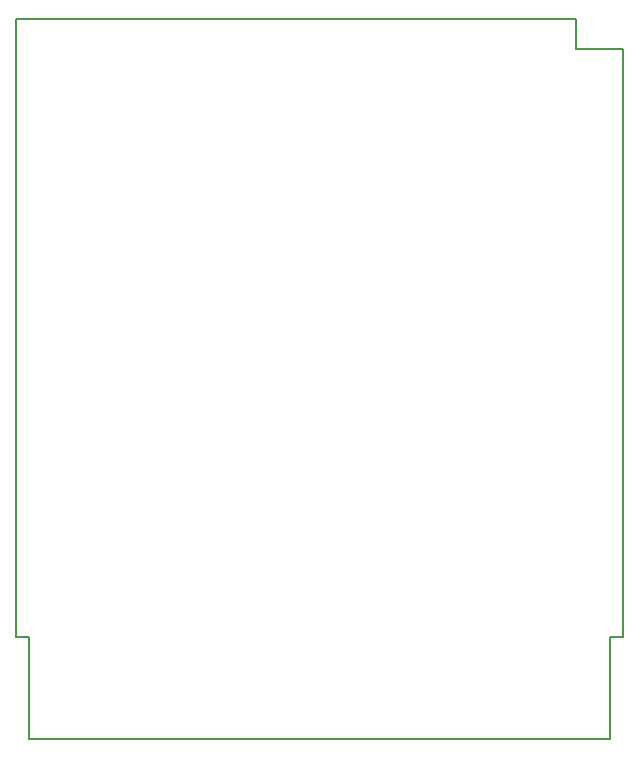
<source format=gm1>
G04 #@! TF.GenerationSoftware,KiCad,Pcbnew,6.0.7*
G04 #@! TF.CreationDate,2022-08-31T22:31:15-07:00*
G04 #@! TF.ProjectId,gbpunk,67627075-6e6b-42e6-9b69-6361645f7063,v4.0*
G04 #@! TF.SameCoordinates,Original*
G04 #@! TF.FileFunction,Profile,NP*
%FSLAX46Y46*%
G04 Gerber Fmt 4.6, Leading zero omitted, Abs format (unit mm)*
G04 Created by KiCad (PCBNEW 6.0.7) date 2022-08-31 22:31:15*
%MOMM*%
%LPD*%
G01*
G04 APERTURE LIST*
G04 #@! TA.AperFunction,Profile*
%ADD10C,0.150000*%
G04 #@! TD*
G04 APERTURE END LIST*
D10*
X125700000Y-41600000D02*
X121700000Y-41600000D01*
X124600000Y-91400000D02*
X125700000Y-91400000D01*
X75400000Y-100000000D02*
X124600000Y-100000000D01*
X121700000Y-39000000D02*
X121700000Y-41600000D01*
X124600000Y-100000000D02*
X124600000Y-91400000D01*
X125700000Y-91400000D02*
X125700000Y-41600000D01*
X74300000Y-39000000D02*
X121700000Y-39000000D01*
X74300000Y-91400000D02*
X74300000Y-39000000D01*
X75400000Y-100000000D02*
X75400000Y-91400000D01*
X75400000Y-91400000D02*
X74300000Y-91400000D01*
M02*

</source>
